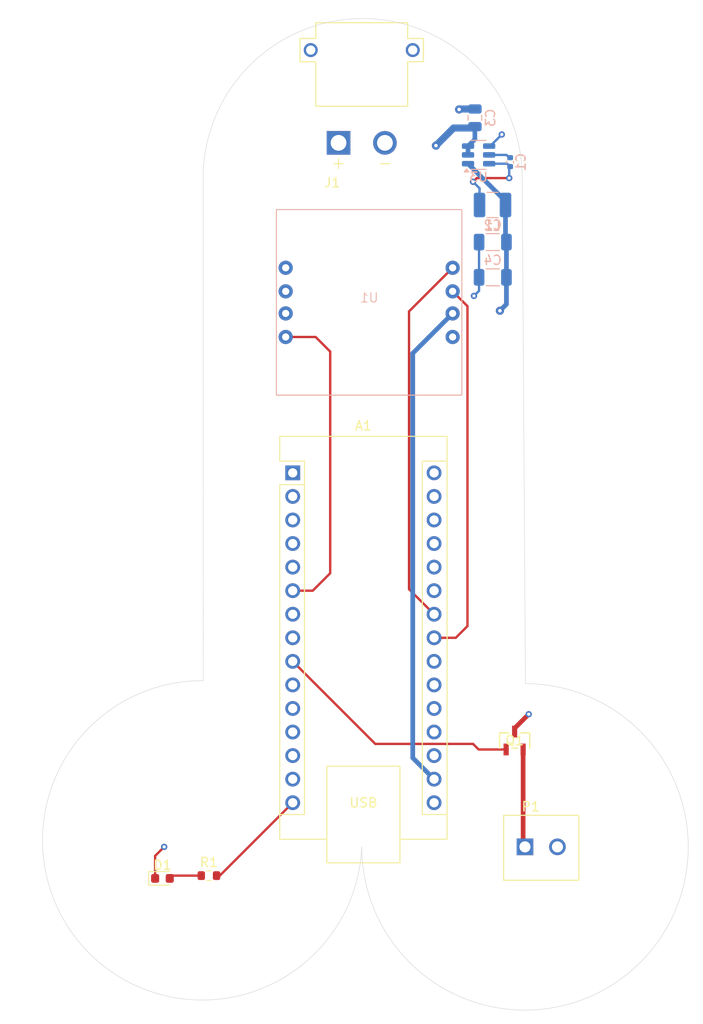
<source format=kicad_pcb>
(kicad_pcb (version 20240108) (generator "pcbnew") (generator_version "8.0")
  (title_block (title "MeltyBrainPCB") (company "FROST Robotics"))
  (layers (0 "F.Cu" signal "Front") (1 "In1.Cu" signal) (2 "In2.Cu" signal) (31 "B.Cu" signal "Back") (34 "B.Paste" user) (35 "F.Paste" user) (36 "B.SilkS" user "B.Silkscreen") (37 "F.SilkS" user "F.Silkscreen") (38 "B.Mask" user) (39 "F.Mask" user) (44 "Edge.Cuts" user))
  (net 0 "")
  (net 1 "+5V")
  (net 2 "SCL")
  (net 5 "INT1")
  (net 11 "GND")
  (net 18 "SDA")
  (net 19 "3V3")
  (net 20 "Net-(A1-D12)")
  (net 21 "LED")
  (net 30 "Net-(U3-BST)")
  (net 31 "Net-(U3-SW)")
  (net 32 "+12V")
  (net 33 "Net-(D1-A)")
  (net 40 "TOLED")
  (footprint "brainfreeze:XT30PW-M" (layer "F.Cu") (at 105.7 55.6)
    (property "Reference" "J1" (at -3.175 14.2875 0) (layer "F.SilkS"))
    (property "Value" "XT30PW-M")
    (fp_line (start -6.65 -1.25) (end -4.95 -1.25) (stroke (width 0.127)) (layer "F.SilkS"))
    (fp_line (start -6.65 1.25) (end -6.65 -1.25) (stroke (width 0.127)) (layer "F.SilkS"))
    (fp_line (start -4.95 -2.95) (end 4.95 -2.95) (stroke (width 0.127)) (layer "F.SilkS"))
    (fp_line (start -4.95 -1.25) (end -4.95 -2.95) (stroke (width 0.127)) (layer "F.SilkS"))
    (fp_line (start -4.95 1.25) (end -6.65 1.25) (stroke (width 0.127)) (layer "F.SilkS"))
    (fp_line (start -4.95 6.05) (end -4.95 1.25) (stroke (width 0.127)) (layer "F.SilkS"))
    (fp_line (start -3 12.25) (end -2 12.25) (stroke (width 0.127)) (layer "F.SilkS"))
    (fp_line (start -2.5 12.75) (end -2.5 11.75) (stroke (width 0.127)) (layer "F.SilkS"))
    (fp_line (start 2 12.25) (end 3 12.25) (stroke (width 0.127)) (layer "F.SilkS"))
    (fp_line (start 4.95 -2.95) (end 4.95 -1.25) (stroke (width 0.127)) (layer "F.SilkS"))
    (fp_line (start 4.95 -1.25) (end 6.65 -1.25) (stroke (width 0.127)) (layer "F.SilkS"))
    (fp_line (start 4.95 1.25) (end 4.95 6.05) (stroke (width 0.127)) (layer "F.SilkS"))
    (fp_line (start 4.95 6.05) (end -4.95 6.05) (stroke (width 0.127)) (layer "F.SilkS"))
    (fp_line (start 6.65 -1.25) (end 6.65 1.25) (stroke (width 0.127)) (layer "F.SilkS"))
    (fp_line (start 6.65 1.25) (end 4.95 1.25) (stroke (width 0.127)) (layer "F.SilkS"))
    (pad "N" thru_hole circle (at 2.5 10) (size 2.55 2.55) (drill 1.7) (layers "*.Cu" "*.Mask") (net 11 "GND"))
    (pad "P" thru_hole rect (at -2.5 10) (size 2.55 2.55) (drill 1.7) (layers "*.Cu" "*.Mask") (net 32 "+12V"))
    (pad "S1" thru_hole circle (at 5.5 0) (size 1.508 1.508) (drill 1) (layers "*.Cu" "*.Mask"))
    (pad "S2" thru_hole circle (at -5.5 0) (size 1.508 1.508) (drill 1) (layers "*.Cu" "*.Mask"))
  )
  (footprint "brainfreeze:OST_OSTTE020104" (layer "F.Cu") (at 125.05 141.5)
    (property "Reference" "P1" (at -1.125645 -4.337545 0) (layer "F.SilkS") (effects (font (size 1.000591 1.000591))))
    (property "Value" "OSTTE020104")
    (fp_line (start -4.05 -3.4) (end 4.05 -3.4) (stroke (width 0.127)) (layer "F.SilkS"))
    (fp_line (start -4.05 3.6) (end -4.05 -3.4) (stroke (width 0.127)) (layer "F.SilkS"))
    (fp_line (start 4.05 -3.4) (end 4.05 3.6) (stroke (width 0.127)) (layer "F.SilkS"))
    (fp_line (start 4.05 3.6) (end -4.05 3.6) (stroke (width 0.127)) (layer "F.SilkS"))
    (pad "1" thru_hole rect (at -1.75 0) (size 1.8 1.8) (drill 1.2) (layers "*.Cu" "*.Mask") (net 40 "TOLED"))
    (pad "2" thru_hole circle (at 1.75 0) (size 1.8 1.8) (drill 1.2) (layers "*.Cu" "*.Mask") (net 11 "GND"))
  )
  (footprint "brainfreeze:MOSFET" (layer "F.Cu") (at 122.185001 130.0348)
    (property "Reference" "Q1" (at 0 0 0) (layer "F.SilkS"))
    (property "Value" "DMN63D8L-7")
    (fp_line (start -1.6256 -0.8255) (end -1.6256 0.8255) (stroke (width 0.1524)) (layer "F.SilkS"))
    (fp_line (start -0.61214 -0.8255) (end -1.6256 -0.8255) (stroke (width 0.1524)) (layer "F.SilkS"))
    (fp_line (start -0.302859 0.8255) (end 0.302859 0.8255) (stroke (width 0.1524)) (layer "F.SilkS"))
    (fp_line (start 1.6256 -0.8255) (end 0.61214 -0.8255) (stroke (width 0.1524)) (layer "F.SilkS"))
    (fp_line (start 1.6256 0.8255) (end 1.6256 -0.8255) (stroke (width 0.1524)) (layer "F.SilkS"))
    (pad "1" smd rect (at -0.914999 0.9652) (size 0.5588 1.27) (layers "F.Cu" "F.Paste" "F.Mask") (net 21 "LED"))
    (pad "2" smd rect (at 0.914999 0.9652) (size 0.5588 1.27) (layers "F.Cu" "F.Paste" "F.Mask") (net 40 "TOLED"))
    (pad "3" smd rect (at 0 -0.9652) (size 0.5588 1.27) (layers "F.Cu" "F.Paste" "F.Mask") (net 32 "+12V"))
  )
  (footprint "Resistor_SMD:R_0603_1608Metric" (layer "F.Cu") (at 89.225 144.6)
    (property "Reference" "R1" (at 0 -1.43 0) (layer "F.SilkS"))
    (property "Value" "100R")
    (fp_line (start -0.237258 -0.5225) (end 0.237258 -0.5225) (stroke (width 0.12)) (layer "F.SilkS"))
    (fp_line (start -0.237258 0.5225) (end 0.237258 0.5225) (stroke (width 0.12)) (layer "F.SilkS"))
    (pad "1" smd roundrect (at -0.825 0) (size 0.8 0.95) (layers "F.Cu" "F.Paste" "F.Mask") (net 33 "Net-(D1-A)"))
    (pad "2" smd roundrect (at 0.825 0) (size 0.8 0.95) (layers "F.Cu" "F.Paste" "F.Mask") (net 20 "Net-(A1-D12)"))
  )
  (footprint "Module:Arduino_Nano" (layer "F.Cu") (at 98.26 101.18)
    (property "Reference" "A1" (at 7.62 -5.08 0) (layer "F.SilkS"))
    (property "Value" "Arduino_Nano_v3.x")
    (fp_line (start -1.4 -3.94) (end -1.4 -1.27) (stroke (width 0.12)) (layer "F.SilkS"))
    (fp_line (start -1.4 1.27) (end -1.4 39.5) (stroke (width 0.12)) (layer "F.SilkS"))
    (fp_line (start -1.4 39.5) (end 3.68 39.5) (stroke (width 0.12)) (layer "F.SilkS"))
    (fp_line (start 1.27 -1.27) (end -1.4 -1.27) (stroke (width 0.12)) (layer "F.SilkS"))
    (fp_line (start 1.27 1.27) (end -1.4 1.27) (stroke (width 0.12)) (layer "F.SilkS"))
    (fp_line (start 1.27 1.27) (end 1.27 -1.27) (stroke (width 0.12)) (layer "F.SilkS"))
    (fp_line (start 1.27 1.27) (end 1.27 36.83) (stroke (width 0.12)) (layer "F.SilkS"))
    (fp_line (start 1.27 36.83) (end -1.4 36.83) (stroke (width 0.12)) (layer "F.SilkS"))
    (fp_line (start 3.68 31.62) (end 11.56 31.62) (stroke (width 0.12)) (layer "F.SilkS"))
    (fp_line (start 3.68 42.04) (end 3.68 31.62) (stroke (width 0.12)) (layer "F.SilkS"))
    (fp_line (start 11.56 31.62) (end 11.56 42.04) (stroke (width 0.12)) (layer "F.SilkS"))
    (fp_line (start 11.56 42.04) (end 3.68 42.04) (stroke (width 0.12)) (layer "F.SilkS"))
    (fp_line (start 13.97 -1.27) (end 13.97 36.83) (stroke (width 0.12)) (layer "F.SilkS"))
    (fp_line (start 13.97 -1.27) (end 16.64 -1.27) (stroke (width 0.12)) (layer "F.SilkS"))
    (fp_line (start 13.97 36.83) (end 16.64 36.83) (stroke (width 0.12)) (layer "F.SilkS"))
    (fp_line (start 16.64 -3.94) (end -1.4 -3.94) (stroke (width 0.12)) (layer "F.SilkS"))
    (fp_line (start 16.64 39.5) (end 11.56 39.5) (stroke (width 0.12)) (layer "F.SilkS"))
    (fp_line (start 16.64 39.5) (end 16.64 -3.94) (stroke (width 0.12)) (layer "F.SilkS"))
    (fp_text user "USB" (at 7.62 35.56 0) (layer "F.SilkS"))
    (pad "1" thru_hole rect (at 0 0) (size 1.6 1.6) (drill 1) (layers "*.Cu" "*.Mask"))
    (pad "2" thru_hole oval (at 0 2.54) (size 1.6 1.6) (drill 1) (layers "*.Cu" "*.Mask"))
    (pad "3" thru_hole oval (at 0 5.08) (size 1.6 1.6) (drill 1) (layers "*.Cu" "*.Mask"))
    (pad "4" thru_hole oval (at 0 7.62) (size 1.6 1.6) (drill 1) (layers "*.Cu" "*.Mask") (net 11 "GND"))
    (pad "5" thru_hole oval (at 0 10.16) (size 1.6 1.6) (drill 1) (layers "*.Cu" "*.Mask"))
    (pad "6" thru_hole oval (at 0 12.7) (size 1.6 1.6) (drill 1) (layers "*.Cu" "*.Mask") (net 5 "INT1"))
    (pad "7" thru_hole oval (at 0 15.24) (size 1.6 1.6) (drill 1) (layers "*.Cu" "*.Mask"))
    (pad "8" thru_hole oval (at 0 17.78) (size 1.6 1.6) (drill 1) (layers "*.Cu" "*.Mask"))
    (pad "9" thru_hole oval (at 0 20.32) (size 1.6 1.6) (drill 1) (layers "*.Cu" "*.Mask") (net 21 "LED"))
    (pad "10" thru_hole oval (at 0 22.86) (size 1.6 1.6) (drill 1) (layers "*.Cu" "*.Mask"))
    (pad "11" thru_hole oval (at 0 25.4) (size 1.6 1.6) (drill 1) (layers "*.Cu" "*.Mask"))
    (pad "12" thru_hole oval (at 0 27.94) (size 1.6 1.6) (drill 1) (layers "*.Cu" "*.Mask"))
    (pad "13" thru_hole oval (at 0 30.48) (size 1.6 1.6) (drill 1) (layers "*.Cu" "*.Mask"))
    (pad "14" thru_hole oval (at 0 33.02) (size 1.6 1.6) (drill 1) (layers "*.Cu" "*.Mask"))
    (pad "15" thru_hole oval (at 0 35.56) (size 1.6 1.6) (drill 1) (layers "*.Cu" "*.Mask") (net 20 "Net-(A1-D12)"))
    (pad "16" thru_hole oval (at 15.24 35.56) (size 1.6 1.6) (drill 1) (layers "*.Cu" "*.Mask"))
    (pad "17" thru_hole oval (at 15.24 33.02) (size 1.6 1.6) (drill 1) (layers "*.Cu" "*.Mask") (net 19 "3V3"))
    (pad "18" thru_hole oval (at 15.24 30.48) (size 1.6 1.6) (drill 1) (layers "*.Cu" "*.Mask"))
    (pad "19" thru_hole oval (at 15.24 27.94) (size 1.6 1.6) (drill 1) (layers "*.Cu" "*.Mask"))
    (pad "20" thru_hole oval (at 15.24 25.4) (size 1.6 1.6) (drill 1) (layers "*.Cu" "*.Mask"))
    (pad "21" thru_hole oval (at 15.24 22.86) (size 1.6 1.6) (drill 1) (layers "*.Cu" "*.Mask"))
    (pad "22" thru_hole oval (at 15.24 20.32) (size 1.6 1.6) (drill 1) (layers "*.Cu" "*.Mask"))
    (pad "23" thru_hole oval (at 15.24 17.78) (size 1.6 1.6) (drill 1) (layers "*.Cu" "*.Mask") (net 18 "SDA"))
    (pad "24" thru_hole oval (at 15.24 15.24) (size 1.6 1.6) (drill 1) (layers "*.Cu" "*.Mask") (net 2 "SCL"))
    (pad "25" thru_hole oval (at 15.24 12.7) (size 1.6 1.6) (drill 1) (layers "*.Cu" "*.Mask"))
    (pad "26" thru_hole oval (at 15.24 10.16) (size 1.6 1.6) (drill 1) (layers "*.Cu" "*.Mask"))
    (pad "27" thru_hole oval (at 15.24 7.62) (size 1.6 1.6) (drill 1) (layers "*.Cu" "*.Mask") (net 1 "+5V"))
    (pad "28" thru_hole oval (at 15.24 5.08) (size 1.6 1.6) (drill 1) (layers "*.Cu" "*.Mask"))
    (pad "29" thru_hole oval (at 15.24 2.54) (size 1.6 1.6) (drill 1) (layers "*.Cu" "*.Mask") (net 11 "GND"))
    (pad "30" thru_hole oval (at 15.24 0) (size 1.6 1.6) (drill 1) (layers "*.Cu" "*.Mask"))
  )
  (footprint "LED_SMD:LED_0603_1608Metric" (layer "F.Cu") (at 84.2125 144.9)
    (property "Reference" "D1" (at 0 -1.43 0) (layer "F.SilkS"))
    (property "Value" "LED")
    (fp_line (start -1.485 -0.735) (end -1.485 0.735) (stroke (width 0.12)) (layer "F.SilkS"))
    (fp_line (start -1.485 0.735) (end 0.8 0.735) (stroke (width 0.12)) (layer "F.SilkS"))
    (fp_line (start 0.8 -0.735) (end -1.485 -0.735) (stroke (width 0.12)) (layer "F.SilkS"))
    (pad "1" smd roundrect (at -0.7875 0) (size 0.875 0.95) (layers "F.Cu" "F.Paste" "F.Mask") (net 11 "GND"))
    (pad "2" smd roundrect (at 0.7875 0) (size 0.875 0.95) (layers "F.Cu" "F.Paste" "F.Mask") (net 33 "Net-(D1-A)"))
  )
  (footprint "Inductor_SMD:L_1210_3225Metric" (layer "B.Cu") (at 119.8 72.3)
    (property "Reference" "L1" (at 0 2.28 0) (layer "B.SilkS") (effects (justify mirror)))
    (property "Value" "4.7uH")
    (fp_line (start 0.602064 -1.36) (end -0.602064 -1.36) (stroke (width 0.12)) (layer "B.SilkS"))
    (fp_line (start 0.602064 1.36) (end -0.602064 1.36) (stroke (width 0.12)) (layer "B.SilkS"))
    (pad "1" smd roundrect (at -1.4 0) (size 1.25 2.65) (layers "B.Cu" "B.Paste" "B.Mask") (roundrect_rratio 0.2) (net 30 "Net-(U3-BST)"))
    (pad "2" smd roundrect (at 1.4 0) (size 1.25 2.65) (layers "B.Cu" "B.Paste" "B.Mask") (roundrect_rratio 0.2) (net 1 "+5V"))
  )
  (footprint "Capacitor_SMD:C_0805_2012Metric" (layer "B.Cu") (at 117.9 62.9 90)
    (property "Reference" "C3" (at 0 1.68 90) (layer "B.SilkS") (effects (justify mirror)))
    (property "Value" "10uF")
    (fp_line (start 0.261252 -0.735) (end -0.261252 -0.735) (stroke (width 0.12)) (layer "B.SilkS"))
    (fp_line (start 0.261252 0.735) (end -0.261252 0.735) (stroke (width 0.12)) (layer "B.SilkS"))
    (pad "1" smd roundrect (at -0.95 0 90) (size 1 1.45) (layers "B.Cu" "B.Paste" "B.Mask") (net 32 "+12V"))
    (pad "2" smd roundrect (at 0.95 0 90) (size 1 1.45) (layers "B.Cu" "B.Paste" "B.Mask") (net 11 "GND"))
  )
  (footprint "Package_TO_SOT_SMD:TSOT-23-6" (layer "B.Cu") (at 118.3 66.9)
    (property "Reference" "U3" (at 0 2.4 0) (layer "B.SilkS") (effects (justify mirror)))
    (property "Value" "AP63205WU")
    (fp_line (start -0.8 -1.56) (end 0 -1.56) (stroke (width 0.12)) (layer "B.SilkS"))
    (fp_line (start -0.8 1.56) (end 0 1.56) (stroke (width 0.12)) (layer "B.SilkS"))
    (fp_line (start 0.8 -1.56) (end 0 -1.56) (stroke (width 0.12)) (layer "B.SilkS"))
    (fp_line (start 0.8 1.56) (end 0 1.56) (stroke (width 0.12)) (layer "B.SilkS"))
    (fp_poly (pts (xy -1.3 1.51) (xy -1.54 1.84) (xy -1.06 1.84) (xy -1.3 1.51)) (stroke (width 0.12)) (fill solid) (layer "B.SilkS"))
    (pad "1" smd roundrect (at -1.1375 0.95) (size 1.325 0.6) (layers "B.Cu" "B.Paste" "B.Mask") (net 1 "+5V"))
    (pad "2" smd roundrect (at -1.1375 0) (size 1.325 0.6) (layers "B.Cu" "B.Paste" "B.Mask") (net 32 "+12V"))
    (pad "3" smd roundrect (at -1.1375 -0.95) (size 1.325 0.6) (layers "B.Cu" "B.Paste" "B.Mask") (net 32 "+12V"))
    (pad "4" smd roundrect (at 1.1375 -0.95) (size 1.325 0.6) (layers "B.Cu" "B.Paste" "B.Mask") (net 11 "GND"))
    (pad "5" smd roundrect (at 1.1375 0) (size 1.325 0.6) (layers "B.Cu" "B.Paste" "B.Mask") (net 31 "Net-(U3-SW)"))
    (pad "6" smd roundrect (at 1.1375 0.95) (size 1.325 0.6) (layers "B.Cu" "B.Paste" "B.Mask") (net 30 "Net-(U3-BST)"))
  )
  (footprint "Capacitor_SMD:C_0402_1005Metric" (layer "B.Cu") (at 121.7 67.68 90)
    (property "Reference" "C1" (at 0 1.16 90) (layer "B.SilkS") (effects (justify mirror)))
    (property "Value" "100nF")
    (fp_line (start 0.107836 -0.36) (end -0.107836 -0.36) (stroke (width 0.12)) (layer "B.SilkS"))
    (fp_line (start 0.107836 0.36) (end -0.107836 0.36) (stroke (width 0.12)) (layer "B.SilkS"))
    (pad "1" smd roundrect (at -0.48 0 90) (size 0.56 0.62) (layers "B.Cu" "B.Paste" "B.Mask") (net 30 "Net-(U3-BST)"))
    (pad "2" smd roundrect (at 0.48 0 90) (size 0.56 0.62) (layers "B.Cu" "B.Paste" "B.Mask") (net 31 "Net-(U3-SW)"))
  )
  (footprint "Capacitor_SMD:C_1206_3216Metric" (layer "B.Cu") (at 119.825 80.1 180)
    (property "Reference" "C4" (at 0 1.85 0) (layer "B.SilkS") (effects (justify mirror)))
    (property "Value" "22uF")
    (fp_line (start 0.711252 0.91) (end -0.711252 0.91) (stroke (width 0.12)) (layer "B.SilkS"))
    (fp_line (start 0.711252 -0.91) (end -0.711252 -0.91) (stroke (width 0.12)) (layer "B.SilkS"))
    (pad "1" smd roundrect (at -1.475 0 180) (size 1.15 1.8) (layers "B.Cu" "B.Paste" "B.Mask") (roundrect_rratio 0.217391) (net 1 "+5V"))
    (pad "2" smd roundrect (at 1.475 0 180) (size 1.15 1.8) (layers "B.Cu" "B.Paste" "B.Mask") (roundrect_rratio 0.217391) (net 11 "GND"))
  )
  (footprint "Capacitor_SMD:C_1206_3216Metric" (layer "B.Cu") (at 119.825 76.3 180)
    (property "Reference" "C2" (at 0 1.85 0) (layer "B.SilkS") (effects (justify mirror)))
    (property "Value" "22uF")
    (fp_line (start 0.711252 0.91) (end -0.711252 0.91) (stroke (width 0.12)) (layer "B.SilkS"))
    (fp_line (start 0.711252 -0.91) (end -0.711252 -0.91) (stroke (width 0.12)) (layer "B.SilkS"))
    (pad "1" smd roundrect (at -1.475 0 180) (size 1.15 1.8) (layers "B.Cu" "B.Paste" "B.Mask") (roundrect_rratio 0.217391) (net 1 "+5V"))
    (pad "2" smd roundrect (at 1.475 0 180) (size 1.15 1.8) (layers "B.Cu" "B.Paste" "B.Mask") (roundrect_rratio 0.217391) (net 11 "GND"))
  )
  (footprint "brainfreeze:Accelerometer" (layer "B.Cu") (at 106.5 82.8 180)
    (property "Reference" "U1" (at 0 0.5 0) (layer "B.SilkS") (effects (font (thickness 0.1)) (justify mirror)))
    (property "Value" "H3LIS331DL")
    (fp_rect (start -10 10) (end 10 -10) (stroke (width 0.1)) (fill none) (layer "B.SilkS"))
    (fp_rect (start -10 10) (end 10 -10) (stroke (width 0.1)) (fill none) (layer "B.SilkS"))
    (pad "1" thru_hole circle (at -9 3.73 180) (size 1.524 1.524) (drill 0.762) (layers "*.Cu" "*.Mask") (net 2 "SCL"))
    (pad "1" thru_hole circle (at -9 3.73 180) (size 1.524 1.524) (drill 0.762) (layers "*.Cu" "*.Mask") (net 2 "SCL"))
    (pad "2" thru_hole circle (at -9 1.19 180) (size 1.524 1.524) (drill 0.762) (layers "*.Cu" "*.Mask") (net 18 "SDA"))
    (pad "2" thru_hole circle (at -9 1.19 180) (size 1.524 1.524) (drill 0.762) (layers "*.Cu" "*.Mask") (net 18 "SDA"))
    (pad "3" thru_hole circle (at -9 -1.19 180) (size 1.524 1.524) (drill 0.762) (layers "*.Cu" "*.Mask") (net 19 "3V3"))
    (pad "3" thru_hole circle (at -9 -1.19 180) (size 1.524 1.524) (drill 0.762) (layers "*.Cu" "*.Mask") (net 19 "3V3"))
    (pad "4" thru_hole circle (at -9 -3.73 180) (size 1.524 1.524) (drill 0.762) (layers "*.Cu" "*.Mask") (net 11 "GND"))
    (pad "4" thru_hole circle (at -9 -3.73 180) (size 1.524 1.524) (drill 0.762) (layers "*.Cu" "*.Mask") (net 11 "GND"))
    (pad "5" thru_hole circle (at 9 3.73 180) (size 1.524 1.524) (drill 0.762) (layers "*.Cu" "*.Mask"))
    (pad "5" thru_hole circle (at 9 3.73 180) (size 1.524 1.524) (drill 0.762) (layers "*.Cu" "*.Mask"))
    (pad "6" thru_hole circle (at 9 1.19 180) (size 1.524 1.524) (drill 0.762) (layers "*.Cu" "*.Mask"))
    (pad "6" thru_hole circle (at 9 1.19 180) (size 1.524 1.524) (drill 0.762) (layers "*.Cu" "*.Mask"))
    (pad "7" thru_hole circle (at 9 -1.19 180) (size 1.524 1.524) (drill 0.762) (layers "*.Cu" "*.Mask"))
    (pad "7" thru_hole circle (at 9 -1.19 180) (size 1.524 1.524) (drill 0.762) (layers "*.Cu" "*.Mask"))
    (pad "8" thru_hole circle (at 9 -3.73 180) (size 1.524 1.524) (drill 0.762) (layers "*.Cu" "*.Mask") (net 5 "INT1"))
    (pad "8" thru_hole circle (at 9 -3.73 180) (size 1.524 1.524) (drill 0.762) (layers "*.Cu" "*.Mask") (net 5 "INT1"))
  )
  (gr_line (start 88.605606 123.586157) (end 88.6 69.4) (stroke (width 0.05)) (layer "Edge.Cuts"))
  (gr_arc (start 88.6 69.4) (mid 105.8 52.2) (end 123 69.4) (stroke (width 0.05)) (layer "Edge.Cuts"))
  (gr_arc (start 123.35 123.9) (mid 135.727439 153.962795) (end 105.699929 141.5) (stroke (width 0.05)) (layer "Edge.Cuts"))
  (gr_line (start 123.35 123.9) (end 123 69.4) (stroke (width 0.05)) (layer "Edge.Cuts"))
  (gr_arc (start 105.699929 141.5) (mid 76.046212 152.684053) (end 88.605606 123.586157) (stroke (width 0.05)) (layer "Edge.Cuts"))
  (via (at 120.6 83.7) (size 0.889) (drill 0.381) (layers "F.Cu" "B.Cu") (net 1))
  (segment (start 121.2 72.3) (end 121.2 76.2) (width 0.508) (layer "B.Cu") (net 1))
  (segment (start 121.2 76.2) (end 121.3 76.3) (width 0.254) (layer "B.Cu") (net 1))
  (segment (start 121.3 83) (end 120.6 83.7) (width 0.508) (layer "B.Cu") (net 1))
  (segment (start 121.3 80.1) (end 121.3 83) (width 0.508) (layer "B.Cu") (net 1))
  (segment (start 121.3 76.3) (end 121.3 80.1) (width 0.508) (layer "B.Cu") (net 1))
  (segment (start 121.2 71.8875) (end 121.2 72.3) (width 0.254) (layer "B.Cu") (net 1))
  (segment (start 117.1625 67.85) (end 121.2 71.8875) (width 0.508) (layer "B.Cu") (net 1))
  (segment (start 115.5 79.07) (end 110.8 83.77) (width 0.254) (layer "F.Cu") (net 2))
  (segment (start 110.8 83.77) (end 110.8 113.72) (width 0.254) (layer "F.Cu") (net 2))
  (segment (start 110.8 113.72) (end 113.5 116.42) (width 0.254) (layer "F.Cu") (net 2))
  (segment (start 98.26 113.88) (end 100.42 113.88) (width 0.254) (layer "F.Cu") (net 5))
  (segment (start 102.3 112) (end 102.3 88.1) (width 0.254) (layer "F.Cu") (net 5))
  (segment (start 100.73 86.53) (end 97.5 86.53) (width 0.254) (layer "F.Cu") (net 5))
  (segment (start 102.3 88.1) (end 100.73 86.53) (width 0.254) (layer "F.Cu") (net 5))
  (segment (start 100.42 113.88) (end 102.3 112) (width 0.254) (layer "F.Cu") (net 5))
  (segment (start 83.425 144.9) (end 83.425 142.475) (width 0.254) (layer "F.Cu") (net 11))
  (segment (start 83.425 142.475) (end 84.4 141.5) (width 0.254) (layer "F.Cu") (net 11))
  (via (at 116.2 62) (size 0.889) (drill 0.381) (layers "F.Cu" "B.Cu") (net 11))
  (via (at 120.8 64.7) (size 0.6858) (drill 0.3302) (layers "F.Cu" "B.Cu") (net 11))
  (via (at 84.4 141.5) (size 0.6858) (drill 0.3302) (layers "F.Cu" "B.Cu") (net 11))
  (via (at 117.8 82.1) (size 0.6858) (drill 0.3302) (layers "F.Cu" "B.Cu") (net 11))
  (segment (start 116.25 61.95) (end 116.2 62) (width 0.254) (layer "B.Cu") (net 11))
  (segment (start 118.35 76.3) (end 118.35 80.1) (width 0.254) (layer "B.Cu") (net 11))
  (segment (start 118.35 81.55) (end 118.35 80.1) (width 0.254) (layer "B.Cu") (net 11))
  (segment (start 119.55 65.95) (end 120.8 64.7) (width 0.254) (layer "B.Cu") (net 11))
  (segment (start 117.8 82.1) (end 118.35 81.55) (width 0.254) (layer "B.Cu") (net 11))
  (segment (start 119.4375 65.95) (end 119.55 65.95) (width 0.254) (layer "B.Cu") (net 11))
  (segment (start 117.9 61.95) (end 116.25 61.95) (width 0.762) (layer "B.Cu") (net 11))
  (segment (start 117.1 117.7) (end 115.84 118.96) (width 0.254) (layer "F.Cu") (net 18))
  (segment (start 115.5 81.61) (end 117.1 83.21) (width 0.254) (layer "F.Cu") (net 18))
  (segment (start 115.84 118.96) (end 113.5 118.96) (width 0.254) (layer "F.Cu") (net 18))
  (segment (start 117.1 83.21) (end 117.1 117.7) (width 0.254) (layer "F.Cu") (net 18))
  (segment (start 111.2 88.29) (end 111.2 131.9) (width 0.508) (layer "B.Cu") (net 19))
  (segment (start 111.2 131.9) (end 113.5 134.2) (width 0.508) (layer "B.Cu") (net 19))
  (segment (start 115.5 83.99) (end 111.2 88.29) (width 0.508) (layer "B.Cu") (net 19))
  (segment (start 90.4 144.6) (end 90.05 144.6) (width 0.254) (layer "F.Cu") (net 20))
  (segment (start 98.26 136.74) (end 90.4 144.6) (width 0.254) (layer "F.Cu") (net 20))
  (segment (start 90.21 144.44) (end 90.05 144.6) (width 0.254) (layer "F.Cu") (net 20))
  (segment (start 98.26 121.5) (end 107.16 130.4) (width 0.254) (layer "F.Cu") (net 21))
  (segment (start 118.3 131) (end 121.270002 131) (width 0.254) (layer "F.Cu") (net 21))
  (segment (start 117.7 130.4) (end 118.3 131) (width 0.254) (layer "F.Cu") (net 21))
  (segment (start 107.16 130.4) (end 117.7 130.4) (width 0.254) (layer "F.Cu") (net 21))
  (segment (start 117.7 69.8) (end 118.1 69.4) (width 0.254) (layer "F.Cu") (net 30))
  (segment (start 118.1 69.4) (end 121.6 69.4) (width 0.254) (layer "F.Cu") (net 30))
  (via (at 117.7 69.8) (size 0.6858) (drill 0.3302) (layers "F.Cu" "B.Cu") (net 30))
  (via (at 121.6 69.4) (size 0.6858) (drill 0.3302) (layers "F.Cu" "B.Cu") (net 30))
  (segment (start 121.39 67.85) (end 121.7 68.16) (width 0.254) (layer "B.Cu") (net 30))
  (segment (start 118.4 70.5) (end 117.7 69.8) (width 0.254) (layer "B.Cu") (net 30))
  (segment (start 119.4375 67.85) (end 121.39 67.85) (width 0.254) (layer "B.Cu") (net 30))
  (segment (start 118.4 72.3) (end 118.4 70.5) (width 0.254) (layer "B.Cu") (net 30))
  (segment (start 121.6 69.4) (end 121.6 68.26) (width 0.254) (layer "B.Cu") (net 30))
  (segment (start 121.6 68.26) (end 121.7 68.16) (width 0.254) (layer "B.Cu") (net 30))
  (segment (start 121.3 66.9) (end 121.6 67.2) (width 0.254) (layer "B.Cu") (net 31))
  (segment (start 119.4375 66.9) (end 121.3 66.9) (width 0.254) (layer "B.Cu") (net 31))
  (segment (start 122.185001 128.714999) (end 123.7 127.2) (width 0.508) (layer "F.Cu") (net 32))
  (segment (start 122.185001 129.0696) (end 122.185001 128.714999) (width 0.254) (layer "F.Cu") (net 32))
  (via (at 123.7 127.2) (size 0.6858) (drill 0.3302) (layers "F.Cu" "B.Cu") (net 32))
  (via (at 113.7 65.9) (size 0.889) (drill 0.381) (layers "F.Cu" "B.Cu") (net 32))
  (segment (start 117.9 63.85) (end 117.75 64) (width 0.762) (layer "B.Cu") (net 32))
  (segment (start 117.1625 66.9) (end 117.1625 65.95) (width 0.508) (layer "B.Cu") (net 32))
  (segment (start 117.9 65.2125) (end 117.1625 65.95) (width 0.508) (layer "B.Cu") (net 32))
  (segment (start 117.9 63.85) (end 117.9 65.2125) (width 0.508) (layer "B.Cu") (net 32))
  (segment (start 115.6 64) (end 113.7 65.9) (width 0.762) (layer "B.Cu") (net 32))
  (segment (start 117.75 64) (end 115.6 64) (width 0.762) (layer "B.Cu") (net 32))
  (segment (start 85.3 144.6) (end 85 144.9) (width 0.254) (layer "F.Cu") (net 33))
  (segment (start 88.55 144.45) (end 88.4 144.6) (width 0.254) (layer "F.Cu") (net 33))
  (segment (start 88.4 144.6) (end 85.3 144.6) (width 0.254) (layer "F.Cu") (net 33))
  (segment (start 123.1 131) (end 123.1 141.3) (width 0.508) (layer "F.Cu") (net 40))
  (segment (start 123.1 141.3) (end 123.3 141.5) (width 0.254) (layer "F.Cu") (net 40))
)
</source>
